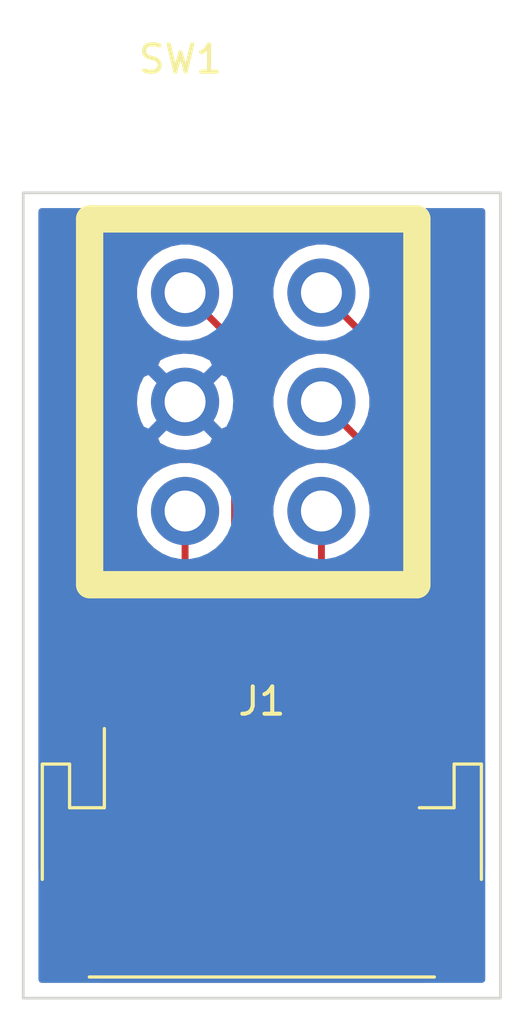
<source format=kicad_pcb>
(kicad_pcb (version 20171130) (host pcbnew "(5.1.6-0-10_14)")

  (general
    (thickness 1.6)
    (drawings 4)
    (tracks 20)
    (zones 0)
    (modules 2)
    (nets 7)
  )

  (page A4)
  (layers
    (0 F.Cu signal)
    (31 B.Cu signal)
    (32 B.Adhes user)
    (33 F.Adhes user)
    (34 B.Paste user)
    (35 F.Paste user)
    (36 B.SilkS user)
    (37 F.SilkS user)
    (38 B.Mask user)
    (39 F.Mask user)
    (40 Dwgs.User user)
    (41 Cmts.User user)
    (42 Eco1.User user)
    (43 Eco2.User user)
    (44 Edge.Cuts user)
    (45 Margin user)
    (46 B.CrtYd user)
    (47 F.CrtYd user)
    (48 B.Fab user)
    (49 F.Fab user)
  )

  (setup
    (last_trace_width 0.25)
    (user_trace_width 0.254)
    (trace_clearance 0.2)
    (zone_clearance 0.508)
    (zone_45_only no)
    (trace_min 0.2)
    (via_size 0.8)
    (via_drill 0.4)
    (via_min_size 0.4)
    (via_min_drill 0.3)
    (uvia_size 0.3)
    (uvia_drill 0.1)
    (uvias_allowed no)
    (uvia_min_size 0.2)
    (uvia_min_drill 0.1)
    (edge_width 0.05)
    (segment_width 0.2)
    (pcb_text_width 0.3)
    (pcb_text_size 1.5 1.5)
    (mod_edge_width 0.12)
    (mod_text_size 1 1)
    (mod_text_width 0.15)
    (pad_size 1.5 3.4)
    (pad_drill 0)
    (pad_to_mask_clearance 0.05)
    (aux_axis_origin 0 0)
    (visible_elements FFFFFF7F)
    (pcbplotparams
      (layerselection 0x010fc_ffffffff)
      (usegerberextensions false)
      (usegerberattributes true)
      (usegerberadvancedattributes true)
      (creategerberjobfile true)
      (excludeedgelayer true)
      (linewidth 0.100000)
      (plotframeref false)
      (viasonmask false)
      (mode 1)
      (useauxorigin false)
      (hpglpennumber 1)
      (hpglpenspeed 20)
      (hpglpendiameter 15.000000)
      (psnegative false)
      (psa4output false)
      (plotreference true)
      (plotvalue true)
      (plotinvisibletext false)
      (padsonsilk false)
      (subtractmaskfromsilk false)
      (outputformat 1)
      (mirror false)
      (drillshape 0)
      (scaleselection 1)
      (outputdirectory "outputs/gerbers/"))
  )

  (net 0 "")
  (net 1 "Net-(J1-Pad1)")
  (net 2 "Net-(J1-Pad3)")
  (net 3 "Net-(J1-Pad4)")
  (net 4 "Net-(J1-Pad5)")
  (net 5 "Net-(J1-Pad6)")
  (net 6 GND)

  (net_class Default "This is the default net class."
    (clearance 0.2)
    (trace_width 0.25)
    (via_dia 0.8)
    (via_drill 0.4)
    (uvia_dia 0.3)
    (uvia_drill 0.1)
    (add_net GND)
    (add_net "Net-(J1-Pad1)")
    (add_net "Net-(J1-Pad3)")
    (add_net "Net-(J1-Pad4)")
    (add_net "Net-(J1-Pad5)")
    (add_net "Net-(J1-Pad6)")
  )

  (module rt_mechanical:DPDT (layer F.Cu) (tedit 5EFFB188) (tstamp 5F0E974E)
    (at 154.435 57.655)
    (path /5F0E91BA)
    (fp_text reference SW1 (at -2.66954 -12.55014) (layer F.SilkS)
      (effects (font (size 1 1) (thickness 0.15)))
    )
    (fp_text value SW_Push_DPDT (at -2.8829 -13.87094) (layer F.Fab)
      (effects (font (size 1 1) (thickness 0.15)))
    )
    (fp_line (start -6.5 7.25) (end -6.5 -7.25) (layer F.CrtYd) (width 0.12))
    (fp_line (start 6.5 7.25) (end -6.5 7.25) (layer F.CrtYd) (width 0.12))
    (fp_line (start 6.5 -7.25) (end 6.5 7.25) (layer F.CrtYd) (width 0.12))
    (fp_line (start -6.5 -7.25) (end 6.5 -7.25) (layer F.CrtYd) (width 0.12))
    (fp_line (start -6 6.7) (end -6 -6.7) (layer F.SilkS) (width 1))
    (fp_line (start 6 6.7) (end -6 6.7) (layer F.SilkS) (width 1))
    (fp_line (start 6 -6.7) (end 6 6.7) (layer F.SilkS) (width 1))
    (fp_line (start -6 -6.7) (end 6 -6.7) (layer F.SilkS) (width 1))
    (pad 6 thru_hole circle (at 2.5 -4) (size 2.5 2.5) (drill 1.5) (layers *.Cu *.Mask)
      (net 5 "Net-(J1-Pad6)"))
    (pad 5 thru_hole circle (at 2.5 0) (size 2.5 2.5) (drill 1.5) (layers *.Cu *.Mask)
      (net 4 "Net-(J1-Pad5)"))
    (pad 4 thru_hole circle (at 2.5 4) (size 2.5 2.5) (drill 1.5) (layers *.Cu *.Mask)
      (net 3 "Net-(J1-Pad4)"))
    (pad 3 thru_hole circle (at -2.5 -4) (size 2.5 2.5) (drill 1.5) (layers *.Cu *.Mask)
      (net 2 "Net-(J1-Pad3)"))
    (pad 2 thru_hole circle (at -2.5 0) (size 2.5 2.5) (drill 1.5) (layers *.Cu *.Mask)
      (net 6 GND))
    (pad 1 thru_hole circle (at -2.5 4) (size 2.5 2.5) (drill 1.5) (layers *.Cu *.Mask)
      (net 1 "Net-(J1-Pad1)"))
  )

  (module Connectors_JST:JST_PH_S6B-PH-SM4-TB_06x2.00mm_Angled (layer F.Cu) (tedit 5F0E94A8) (tstamp 5F0E973C)
    (at 154.75 74.25)
    (descr "JST PH series connector, S6B-PH-SM4-TB, side entry type, surface mount, Datasheet: http://www.jst-mfg.com/product/pdf/eng/ePH.pdf")
    (tags "connector jst ph")
    (path /5F0EABF2)
    (attr smd)
    (fp_text reference J1 (at 0 -5.625) (layer F.SilkS)
      (effects (font (size 1 1) (thickness 0.15)))
    )
    (fp_text value Conn_01x06_MountingPin (at 0 5.375) (layer F.Fab)
      (effects (font (size 1 1) (thickness 0.15)))
    )
    (fp_line (start -7.15 -1.625) (end -7.15 -3.225) (layer F.Fab) (width 0.1))
    (fp_line (start -7.15 -3.225) (end -7.95 -3.225) (layer F.Fab) (width 0.1))
    (fp_line (start -7.95 -3.225) (end -7.95 4.375) (layer F.Fab) (width 0.1))
    (fp_line (start -7.95 4.375) (end 7.95 4.375) (layer F.Fab) (width 0.1))
    (fp_line (start 7.95 4.375) (end 7.95 -3.225) (layer F.Fab) (width 0.1))
    (fp_line (start 7.95 -3.225) (end 7.15 -3.225) (layer F.Fab) (width 0.1))
    (fp_line (start 7.15 -3.225) (end 7.15 -1.625) (layer F.Fab) (width 0.1))
    (fp_line (start 7.15 -1.625) (end -7.15 -1.625) (layer F.Fab) (width 0.1))
    (fp_line (start -5.775 -1.725) (end -7.05 -1.725) (layer F.SilkS) (width 0.12))
    (fp_line (start -7.05 -1.725) (end -7.05 -3.325) (layer F.SilkS) (width 0.12))
    (fp_line (start -7.05 -3.325) (end -8.05 -3.325) (layer F.SilkS) (width 0.12))
    (fp_line (start -8.05 -3.325) (end -8.05 0.9) (layer F.SilkS) (width 0.12))
    (fp_line (start 8.05 0.9) (end 8.05 -3.325) (layer F.SilkS) (width 0.12))
    (fp_line (start 8.05 -3.325) (end 7.05 -3.325) (layer F.SilkS) (width 0.12))
    (fp_line (start 7.05 -3.325) (end 7.05 -1.725) (layer F.SilkS) (width 0.12))
    (fp_line (start 7.05 -1.725) (end 5.775 -1.725) (layer F.SilkS) (width 0.12))
    (fp_line (start -6.325 4.475) (end 6.325 4.475) (layer F.SilkS) (width 0.12))
    (fp_line (start -5.775 -1.725) (end -5.775 -4.625) (layer F.SilkS) (width 0.12))
    (fp_line (start -6 -1.625) (end -5 -0.625) (layer F.Fab) (width 0.1))
    (fp_line (start -5 -0.625) (end -4 -1.625) (layer F.Fab) (width 0.1))
    (fp_line (start -8.6 -5.13) (end -8.6 5.07) (layer F.CrtYd) (width 0.05))
    (fp_line (start -8.6 5.07) (end 8.6 5.07) (layer F.CrtYd) (width 0.05))
    (fp_line (start 8.6 5.07) (end 8.6 -5.13) (layer F.CrtYd) (width 0.05))
    (fp_line (start 8.6 -5.13) (end -8.6 -5.13) (layer F.CrtYd) (width 0.05))
    (fp_text user %R (at 0 1.5) (layer F.Fab)
      (effects (font (size 1 1) (thickness 0.15)))
    )
    (pad 1 smd rect (at -5 -2.875) (size 1 3.5) (layers F.Cu F.Paste F.Mask)
      (net 1 "Net-(J1-Pad1)"))
    (pad 2 smd rect (at -3 -2.875) (size 1 3.5) (layers F.Cu F.Paste F.Mask)
      (net 6 GND))
    (pad 3 smd rect (at -1 -2.875) (size 1 3.5) (layers F.Cu F.Paste F.Mask)
      (net 2 "Net-(J1-Pad3)"))
    (pad 4 smd rect (at 1 -2.875) (size 1 3.5) (layers F.Cu F.Paste F.Mask)
      (net 3 "Net-(J1-Pad4)"))
    (pad 5 smd rect (at 3 -2.875) (size 1 3.5) (layers F.Cu F.Paste F.Mask)
      (net 4 "Net-(J1-Pad5)"))
    (pad 6 smd rect (at 5 -2.875) (size 1 3.5) (layers F.Cu F.Paste F.Mask)
      (net 5 "Net-(J1-Pad6)"))
    (pad "" smd rect (at -7.35 2.875) (size 1.5 3.4) (layers F.Cu F.Paste F.Mask)
      (net 6 GND))
    (pad "" smd rect (at 7.35 2.875) (size 1.5 3.4) (layers F.Cu F.Paste F.Mask)
      (net 6 GND))
    (model ${KISYS3DMOD}/Connectors_JST.3dshapes/JST_PH_S6B-PH-SM4-TB_06x2.00mm_Angled.wrl
      (at (xyz 0 0 0))
      (scale (xyz 1 1 1))
      (rotate (xyz 0 0 0))
    )
  )

  (gr_line (start 163.5 50) (end 163.5 79.5) (layer Edge.Cuts) (width 0.1))
  (gr_line (start 146 50) (end 163.5 50) (layer Edge.Cuts) (width 0.1))
  (gr_line (start 146 79.5) (end 146 50) (layer Edge.Cuts) (width 0.1))
  (gr_line (start 163.5 79.5) (end 146 79.5) (layer Edge.Cuts) (width 0.1))

  (segment (start 151.935 61.655) (end 151.935 64.815) (width 0.254) (layer F.Cu) (net 1))
  (segment (start 151.935 64.815) (end 149.75 67) (width 0.254) (layer F.Cu) (net 1))
  (segment (start 149.75 67) (end 149.75 70.25) (width 0.254) (layer F.Cu) (net 1))
  (segment (start 151.935 57.655) (end 153.75 59.47) (width 0.254) (layer F.Cu) (net 6))
  (segment (start 153.75 59.47) (end 153.75 65.75) (width 0.254) (layer F.Cu) (net 6))
  (segment (start 153.75 65.75) (end 151.75 67.75) (width 0.254) (layer F.Cu) (net 6))
  (segment (start 151.75 67.75) (end 151.75 71) (width 0.254) (layer F.Cu) (net 6))
  (segment (start 151.935 53.655) (end 154.25 55.97) (width 0.254) (layer F.Cu) (net 2))
  (segment (start 154.25 55.97) (end 154.25 67.5) (width 0.254) (layer F.Cu) (net 2))
  (segment (start 154.25 67.5) (end 153.75 68) (width 0.254) (layer F.Cu) (net 2))
  (segment (start 153.75 68) (end 153.75 71.75) (width 0.254) (layer F.Cu) (net 2))
  (segment (start 156.935 61.655) (end 156.935 65.815) (width 0.254) (layer F.Cu) (net 3))
  (segment (start 156.935 65.815) (end 155.75 67) (width 0.254) (layer F.Cu) (net 3))
  (segment (start 155.75 67) (end 155.75 71.25) (width 0.254) (layer F.Cu) (net 3))
  (segment (start 156.935 57.655) (end 159 59.72) (width 0.254) (layer F.Cu) (net 4))
  (segment (start 159 59.72) (end 159 66.5) (width 0.254) (layer F.Cu) (net 4))
  (segment (start 159 66.5) (end 157.75 67.75) (width 0.254) (layer F.Cu) (net 4))
  (segment (start 157.75 67.75) (end 157.75 71.5) (width 0.254) (layer F.Cu) (net 4))
  (segment (start 156.935 53.655) (end 159.75 56.47) (width 0.254) (layer F.Cu) (net 5))
  (segment (start 159.75 56.47) (end 159.75 71) (width 0.254) (layer F.Cu) (net 5))

  (zone (net 6) (net_name GND) (layer B.Cu) (tstamp 5F0E9EE9) (hatch edge 0.508)
    (connect_pads (clearance 0.508))
    (min_thickness 0.254)
    (fill yes (arc_segments 32) (thermal_gap 0.508) (thermal_bridge_width 0.508))
    (polygon
      (pts
        (xy 163.5 79.5) (xy 146 79.5) (xy 146 50) (xy 163.5 50)
      )
    )
    (filled_polygon
      (pts
        (xy 162.815001 78.815) (xy 146.685 78.815) (xy 146.685 61.469344) (xy 150.05 61.469344) (xy 150.05 61.840656)
        (xy 150.122439 62.204834) (xy 150.264534 62.547882) (xy 150.470825 62.856618) (xy 150.733382 63.119175) (xy 151.042118 63.325466)
        (xy 151.385166 63.467561) (xy 151.749344 63.54) (xy 152.120656 63.54) (xy 152.484834 63.467561) (xy 152.827882 63.325466)
        (xy 153.136618 63.119175) (xy 153.399175 62.856618) (xy 153.605466 62.547882) (xy 153.747561 62.204834) (xy 153.82 61.840656)
        (xy 153.82 61.469344) (xy 155.05 61.469344) (xy 155.05 61.840656) (xy 155.122439 62.204834) (xy 155.264534 62.547882)
        (xy 155.470825 62.856618) (xy 155.733382 63.119175) (xy 156.042118 63.325466) (xy 156.385166 63.467561) (xy 156.749344 63.54)
        (xy 157.120656 63.54) (xy 157.484834 63.467561) (xy 157.827882 63.325466) (xy 158.136618 63.119175) (xy 158.399175 62.856618)
        (xy 158.605466 62.547882) (xy 158.747561 62.204834) (xy 158.82 61.840656) (xy 158.82 61.469344) (xy 158.747561 61.105166)
        (xy 158.605466 60.762118) (xy 158.399175 60.453382) (xy 158.136618 60.190825) (xy 157.827882 59.984534) (xy 157.484834 59.842439)
        (xy 157.120656 59.77) (xy 156.749344 59.77) (xy 156.385166 59.842439) (xy 156.042118 59.984534) (xy 155.733382 60.190825)
        (xy 155.470825 60.453382) (xy 155.264534 60.762118) (xy 155.122439 61.105166) (xy 155.05 61.469344) (xy 153.82 61.469344)
        (xy 153.747561 61.105166) (xy 153.605466 60.762118) (xy 153.399175 60.453382) (xy 153.136618 60.190825) (xy 152.827882 59.984534)
        (xy 152.484834 59.842439) (xy 152.120656 59.77) (xy 151.749344 59.77) (xy 151.385166 59.842439) (xy 151.042118 59.984534)
        (xy 150.733382 60.190825) (xy 150.470825 60.453382) (xy 150.264534 60.762118) (xy 150.122439 61.105166) (xy 150.05 61.469344)
        (xy 146.685 61.469344) (xy 146.685 58.968605) (xy 150.801 58.968605) (xy 150.926914 59.258577) (xy 151.259126 59.424433)
        (xy 151.617312 59.52229) (xy 151.987706 59.548389) (xy 152.356075 59.501725) (xy 152.708262 59.384094) (xy 152.943086 59.258577)
        (xy 153.069 58.968605) (xy 151.935 57.834605) (xy 150.801 58.968605) (xy 146.685 58.968605) (xy 146.685 57.707706)
        (xy 150.041611 57.707706) (xy 150.088275 58.076075) (xy 150.205906 58.428262) (xy 150.331423 58.663086) (xy 150.621395 58.789)
        (xy 151.755395 57.655) (xy 152.114605 57.655) (xy 153.248605 58.789) (xy 153.538577 58.663086) (xy 153.704433 58.330874)
        (xy 153.80229 57.972688) (xy 153.828389 57.602294) (xy 153.811548 57.469344) (xy 155.05 57.469344) (xy 155.05 57.840656)
        (xy 155.122439 58.204834) (xy 155.264534 58.547882) (xy 155.470825 58.856618) (xy 155.733382 59.119175) (xy 156.042118 59.325466)
        (xy 156.385166 59.467561) (xy 156.749344 59.54) (xy 157.120656 59.54) (xy 157.484834 59.467561) (xy 157.827882 59.325466)
        (xy 158.136618 59.119175) (xy 158.399175 58.856618) (xy 158.605466 58.547882) (xy 158.747561 58.204834) (xy 158.82 57.840656)
        (xy 158.82 57.469344) (xy 158.747561 57.105166) (xy 158.605466 56.762118) (xy 158.399175 56.453382) (xy 158.136618 56.190825)
        (xy 157.827882 55.984534) (xy 157.484834 55.842439) (xy 157.120656 55.77) (xy 156.749344 55.77) (xy 156.385166 55.842439)
        (xy 156.042118 55.984534) (xy 155.733382 56.190825) (xy 155.470825 56.453382) (xy 155.264534 56.762118) (xy 155.122439 57.105166)
        (xy 155.05 57.469344) (xy 153.811548 57.469344) (xy 153.781725 57.233925) (xy 153.664094 56.881738) (xy 153.538577 56.646914)
        (xy 153.248605 56.521) (xy 152.114605 57.655) (xy 151.755395 57.655) (xy 150.621395 56.521) (xy 150.331423 56.646914)
        (xy 150.165567 56.979126) (xy 150.06771 57.337312) (xy 150.041611 57.707706) (xy 146.685 57.707706) (xy 146.685 56.341395)
        (xy 150.801 56.341395) (xy 151.935 57.475395) (xy 153.069 56.341395) (xy 152.943086 56.051423) (xy 152.610874 55.885567)
        (xy 152.252688 55.78771) (xy 151.882294 55.761611) (xy 151.513925 55.808275) (xy 151.161738 55.925906) (xy 150.926914 56.051423)
        (xy 150.801 56.341395) (xy 146.685 56.341395) (xy 146.685 53.469344) (xy 150.05 53.469344) (xy 150.05 53.840656)
        (xy 150.122439 54.204834) (xy 150.264534 54.547882) (xy 150.470825 54.856618) (xy 150.733382 55.119175) (xy 151.042118 55.325466)
        (xy 151.385166 55.467561) (xy 151.749344 55.54) (xy 152.120656 55.54) (xy 152.484834 55.467561) (xy 152.827882 55.325466)
        (xy 153.136618 55.119175) (xy 153.399175 54.856618) (xy 153.605466 54.547882) (xy 153.747561 54.204834) (xy 153.82 53.840656)
        (xy 153.82 53.469344) (xy 155.05 53.469344) (xy 155.05 53.840656) (xy 155.122439 54.204834) (xy 155.264534 54.547882)
        (xy 155.470825 54.856618) (xy 155.733382 55.119175) (xy 156.042118 55.325466) (xy 156.385166 55.467561) (xy 156.749344 55.54)
        (xy 157.120656 55.54) (xy 157.484834 55.467561) (xy 157.827882 55.325466) (xy 158.136618 55.119175) (xy 158.399175 54.856618)
        (xy 158.605466 54.547882) (xy 158.747561 54.204834) (xy 158.82 53.840656) (xy 158.82 53.469344) (xy 158.747561 53.105166)
        (xy 158.605466 52.762118) (xy 158.399175 52.453382) (xy 158.136618 52.190825) (xy 157.827882 51.984534) (xy 157.484834 51.842439)
        (xy 157.120656 51.77) (xy 156.749344 51.77) (xy 156.385166 51.842439) (xy 156.042118 51.984534) (xy 155.733382 52.190825)
        (xy 155.470825 52.453382) (xy 155.264534 52.762118) (xy 155.122439 53.105166) (xy 155.05 53.469344) (xy 153.82 53.469344)
        (xy 153.747561 53.105166) (xy 153.605466 52.762118) (xy 153.399175 52.453382) (xy 153.136618 52.190825) (xy 152.827882 51.984534)
        (xy 152.484834 51.842439) (xy 152.120656 51.77) (xy 151.749344 51.77) (xy 151.385166 51.842439) (xy 151.042118 51.984534)
        (xy 150.733382 52.190825) (xy 150.470825 52.453382) (xy 150.264534 52.762118) (xy 150.122439 53.105166) (xy 150.05 53.469344)
        (xy 146.685 53.469344) (xy 146.685 50.685) (xy 162.815 50.685)
      )
    )
  )
  (zone (net 6) (net_name GND) (layer F.Cu) (tstamp 5F0E9EE6) (hatch edge 0.508)
    (connect_pads (clearance 0.508))
    (min_thickness 0.254)
    (fill yes (arc_segments 32) (thermal_gap 0.508) (thermal_bridge_width 0.508))
    (polygon
      (pts
        (xy 163.5 79.5) (xy 146 79.5) (xy 146 50) (xy 163.5 50)
      )
    )
    (filled_polygon
      (pts
        (xy 162.815001 74.78716) (xy 162.38575 74.79) (xy 162.227 74.94875) (xy 162.227 76.998) (xy 162.247 76.998)
        (xy 162.247 77.252) (xy 162.227 77.252) (xy 162.227 77.272) (xy 161.973 77.272) (xy 161.973 77.252)
        (xy 160.87375 77.252) (xy 160.715 77.41075) (xy 160.71195 78.815) (xy 148.78805 78.815) (xy 148.785 77.41075)
        (xy 148.62625 77.252) (xy 147.527 77.252) (xy 147.527 77.272) (xy 147.273 77.272) (xy 147.273 77.252)
        (xy 147.253 77.252) (xy 147.253 76.998) (xy 147.273 76.998) (xy 147.273 74.94875) (xy 147.527 74.94875)
        (xy 147.527 76.998) (xy 148.62625 76.998) (xy 148.785 76.83925) (xy 148.788072 75.425) (xy 160.711928 75.425)
        (xy 160.715 76.83925) (xy 160.87375 76.998) (xy 161.973 76.998) (xy 161.973 74.94875) (xy 161.81425 74.79)
        (xy 161.35 74.786928) (xy 161.225518 74.799188) (xy 161.10582 74.835498) (xy 160.995506 74.894463) (xy 160.898815 74.973815)
        (xy 160.819463 75.070506) (xy 160.760498 75.18082) (xy 160.724188 75.300518) (xy 160.711928 75.425) (xy 148.788072 75.425)
        (xy 148.775812 75.300518) (xy 148.739502 75.18082) (xy 148.680537 75.070506) (xy 148.601185 74.973815) (xy 148.504494 74.894463)
        (xy 148.39418 74.835498) (xy 148.274482 74.799188) (xy 148.15 74.786928) (xy 147.68575 74.79) (xy 147.527 74.94875)
        (xy 147.273 74.94875) (xy 147.11425 74.79) (xy 146.685 74.78716) (xy 146.685 69.625) (xy 148.611928 69.625)
        (xy 148.611928 73.125) (xy 148.624188 73.249482) (xy 148.660498 73.36918) (xy 148.719463 73.479494) (xy 148.798815 73.576185)
        (xy 148.895506 73.655537) (xy 149.00582 73.714502) (xy 149.125518 73.750812) (xy 149.25 73.763072) (xy 150.25 73.763072)
        (xy 150.374482 73.750812) (xy 150.49418 73.714502) (xy 150.604494 73.655537) (xy 150.701185 73.576185) (xy 150.75 73.516704)
        (xy 150.798815 73.576185) (xy 150.895506 73.655537) (xy 151.00582 73.714502) (xy 151.125518 73.750812) (xy 151.25 73.763072)
        (xy 151.46425 73.76) (xy 151.623 73.60125) (xy 151.623 71.502) (xy 151.603 71.502) (xy 151.603 71.248)
        (xy 151.623 71.248) (xy 151.623 69.14875) (xy 151.46425 68.99) (xy 151.25 68.986928) (xy 151.125518 68.999188)
        (xy 151.00582 69.035498) (xy 150.895506 69.094463) (xy 150.798815 69.173815) (xy 150.75 69.233296) (xy 150.701185 69.173815)
        (xy 150.604494 69.094463) (xy 150.512 69.045023) (xy 150.512 67.31563) (xy 152.447346 65.380284) (xy 152.476422 65.356422)
        (xy 152.544409 65.273579) (xy 152.571645 65.240393) (xy 152.642401 65.108016) (xy 152.642402 65.108015) (xy 152.685974 64.964378)
        (xy 152.697 64.852426) (xy 152.697 64.852423) (xy 152.700686 64.815) (xy 152.697 64.777577) (xy 152.697 63.379679)
        (xy 152.827882 63.325466) (xy 153.136618 63.119175) (xy 153.399175 62.856618) (xy 153.488001 62.723681) (xy 153.488001 67.184369)
        (xy 153.237654 67.434716) (xy 153.208578 67.458578) (xy 153.152983 67.526322) (xy 153.113355 67.574608) (xy 153.09945 67.600623)
        (xy 153.042598 67.706986) (xy 152.999026 67.850623) (xy 152.991662 67.925393) (xy 152.984314 68) (xy 152.988 68.037423)
        (xy 152.988 69.045023) (xy 152.895506 69.094463) (xy 152.798815 69.173815) (xy 152.75 69.233296) (xy 152.701185 69.173815)
        (xy 152.604494 69.094463) (xy 152.49418 69.035498) (xy 152.374482 68.999188) (xy 152.25 68.986928) (xy 152.03575 68.99)
        (xy 151.877 69.14875) (xy 151.877 71.248) (xy 151.897 71.248) (xy 151.897 71.502) (xy 151.877 71.502)
        (xy 151.877 73.60125) (xy 152.03575 73.76) (xy 152.25 73.763072) (xy 152.374482 73.750812) (xy 152.49418 73.714502)
        (xy 152.604494 73.655537) (xy 152.701185 73.576185) (xy 152.75 73.516704) (xy 152.798815 73.576185) (xy 152.895506 73.655537)
        (xy 153.00582 73.714502) (xy 153.125518 73.750812) (xy 153.25 73.763072) (xy 154.25 73.763072) (xy 154.374482 73.750812)
        (xy 154.49418 73.714502) (xy 154.604494 73.655537) (xy 154.701185 73.576185) (xy 154.75 73.516704) (xy 154.798815 73.576185)
        (xy 154.895506 73.655537) (xy 155.00582 73.714502) (xy 155.125518 73.750812) (xy 155.25 73.763072) (xy 156.25 73.763072)
        (xy 156.374482 73.750812) (xy 156.49418 73.714502) (xy 156.604494 73.655537) (xy 156.701185 73.576185) (xy 156.75 73.516704)
        (xy 156.798815 73.576185) (xy 156.895506 73.655537) (xy 157.00582 73.714502) (xy 157.125518 73.750812) (xy 157.25 73.763072)
        (xy 158.25 73.763072) (xy 158.374482 73.750812) (xy 158.49418 73.714502) (xy 158.604494 73.655537) (xy 158.701185 73.576185)
        (xy 158.75 73.516704) (xy 158.798815 73.576185) (xy 158.895506 73.655537) (xy 159.00582 73.714502) (xy 159.125518 73.750812)
        (xy 159.25 73.763072) (xy 160.25 73.763072) (xy 160.374482 73.750812) (xy 160.49418 73.714502) (xy 160.604494 73.655537)
        (xy 160.701185 73.576185) (xy 160.780537 73.479494) (xy 160.839502 73.36918) (xy 160.875812 73.249482) (xy 160.888072 73.125)
        (xy 160.888072 69.625) (xy 160.875812 69.500518) (xy 160.839502 69.38082) (xy 160.780537 69.270506) (xy 160.701185 69.173815)
        (xy 160.604494 69.094463) (xy 160.512 69.045023) (xy 160.512 56.507422) (xy 160.515686 56.469999) (xy 160.508338 56.395392)
        (xy 160.500974 56.320622) (xy 160.457402 56.176985) (xy 160.386645 56.044608) (xy 160.291422 55.928578) (xy 160.262353 55.904722)
        (xy 158.693348 54.335717) (xy 158.747561 54.204834) (xy 158.82 53.840656) (xy 158.82 53.469344) (xy 158.747561 53.105166)
        (xy 158.605466 52.762118) (xy 158.399175 52.453382) (xy 158.136618 52.190825) (xy 157.827882 51.984534) (xy 157.484834 51.842439)
        (xy 157.120656 51.77) (xy 156.749344 51.77) (xy 156.385166 51.842439) (xy 156.042118 51.984534) (xy 155.733382 52.190825)
        (xy 155.470825 52.453382) (xy 155.264534 52.762118) (xy 155.122439 53.105166) (xy 155.05 53.469344) (xy 155.05 53.840656)
        (xy 155.122439 54.204834) (xy 155.264534 54.547882) (xy 155.470825 54.856618) (xy 155.733382 55.119175) (xy 156.042118 55.325466)
        (xy 156.385166 55.467561) (xy 156.749344 55.54) (xy 157.120656 55.54) (xy 157.484834 55.467561) (xy 157.615717 55.413348)
        (xy 158.988 56.785631) (xy 158.988 58.630369) (xy 158.693348 58.335717) (xy 158.747561 58.204834) (xy 158.82 57.840656)
        (xy 158.82 57.469344) (xy 158.747561 57.105166) (xy 158.605466 56.762118) (xy 158.399175 56.453382) (xy 158.136618 56.190825)
        (xy 157.827882 55.984534) (xy 157.484834 55.842439) (xy 157.120656 55.77) (xy 156.749344 55.77) (xy 156.385166 55.842439)
        (xy 156.042118 55.984534) (xy 155.733382 56.190825) (xy 155.470825 56.453382) (xy 155.264534 56.762118) (xy 155.122439 57.105166)
        (xy 155.05 57.469344) (xy 155.05 57.840656) (xy 155.122439 58.204834) (xy 155.264534 58.547882) (xy 155.470825 58.856618)
        (xy 155.733382 59.119175) (xy 156.042118 59.325466) (xy 156.385166 59.467561) (xy 156.749344 59.54) (xy 157.120656 59.54)
        (xy 157.484834 59.467561) (xy 157.615717 59.413348) (xy 158.238 60.035631) (xy 158.238 60.292207) (xy 158.136618 60.190825)
        (xy 157.827882 59.984534) (xy 157.484834 59.842439) (xy 157.120656 59.77) (xy 156.749344 59.77) (xy 156.385166 59.842439)
        (xy 156.042118 59.984534) (xy 155.733382 60.190825) (xy 155.470825 60.453382) (xy 155.264534 60.762118) (xy 155.122439 61.105166)
        (xy 155.05 61.469344) (xy 155.05 61.840656) (xy 155.122439 62.204834) (xy 155.264534 62.547882) (xy 155.470825 62.856618)
        (xy 155.733382 63.119175) (xy 156.042118 63.325466) (xy 156.173 63.379679) (xy 156.173001 65.499368) (xy 155.237654 66.434716)
        (xy 155.208578 66.458578) (xy 155.1562 66.522402) (xy 155.113355 66.574608) (xy 155.075535 66.645365) (xy 155.042598 66.706986)
        (xy 155.012 66.807854) (xy 155.012 56.007422) (xy 155.015686 55.969999) (xy 155.00737 55.885567) (xy 155.000974 55.820622)
        (xy 154.957402 55.676985) (xy 154.886645 55.544608) (xy 154.791422 55.428578) (xy 154.762353 55.404722) (xy 153.693348 54.335717)
        (xy 153.747561 54.204834) (xy 153.82 53.840656) (xy 153.82 53.469344) (xy 153.747561 53.105166) (xy 153.605466 52.762118)
        (xy 153.399175 52.453382) (xy 153.136618 52.190825) (xy 152.827882 51.984534) (xy 152.484834 51.842439) (xy 152.120656 51.77)
        (xy 151.749344 51.77) (xy 151.385166 51.842439) (xy 151.042118 51.984534) (xy 150.733382 52.190825) (xy 150.470825 52.453382)
        (xy 150.264534 52.762118) (xy 150.122439 53.105166) (xy 150.05 53.469344) (xy 150.05 53.840656) (xy 150.122439 54.204834)
        (xy 150.264534 54.547882) (xy 150.470825 54.856618) (xy 150.733382 55.119175) (xy 151.042118 55.325466) (xy 151.385166 55.467561)
        (xy 151.749344 55.54) (xy 152.120656 55.54) (xy 152.484834 55.467561) (xy 152.615717 55.413348) (xy 153.488 56.285631)
        (xy 153.488 56.624952) (xy 153.248605 56.521) (xy 152.114605 57.655) (xy 153.248605 58.789) (xy 153.488 58.685048)
        (xy 153.488 60.586318) (xy 153.399175 60.453382) (xy 153.136618 60.190825) (xy 152.827882 59.984534) (xy 152.484834 59.842439)
        (xy 152.120656 59.77) (xy 151.749344 59.77) (xy 151.385166 59.842439) (xy 151.042118 59.984534) (xy 150.733382 60.190825)
        (xy 150.470825 60.453382) (xy 150.264534 60.762118) (xy 150.122439 61.105166) (xy 150.05 61.469344) (xy 150.05 61.840656)
        (xy 150.122439 62.204834) (xy 150.264534 62.547882) (xy 150.470825 62.856618) (xy 150.733382 63.119175) (xy 151.042118 63.325466)
        (xy 151.173001 63.379679) (xy 151.173001 64.499369) (xy 149.237654 66.434716) (xy 149.208578 66.458578) (xy 149.1562 66.522402)
        (xy 149.113355 66.574608) (xy 149.075535 66.645365) (xy 149.042598 66.706986) (xy 148.999026 66.850623) (xy 148.988394 66.958579)
        (xy 148.984314 67) (xy 148.988 67.037423) (xy 148.988001 69.045023) (xy 148.895506 69.094463) (xy 148.798815 69.173815)
        (xy 148.719463 69.270506) (xy 148.660498 69.38082) (xy 148.624188 69.500518) (xy 148.611928 69.625) (xy 146.685 69.625)
        (xy 146.685 58.968605) (xy 150.801 58.968605) (xy 150.926914 59.258577) (xy 151.259126 59.424433) (xy 151.617312 59.52229)
        (xy 151.987706 59.548389) (xy 152.356075 59.501725) (xy 152.708262 59.384094) (xy 152.943086 59.258577) (xy 153.069 58.968605)
        (xy 151.935 57.834605) (xy 150.801 58.968605) (xy 146.685 58.968605) (xy 146.685 57.707706) (xy 150.041611 57.707706)
        (xy 150.088275 58.076075) (xy 150.205906 58.428262) (xy 150.331423 58.663086) (xy 150.621395 58.789) (xy 151.755395 57.655)
        (xy 150.621395 56.521) (xy 150.331423 56.646914) (xy 150.165567 56.979126) (xy 150.06771 57.337312) (xy 150.041611 57.707706)
        (xy 146.685 57.707706) (xy 146.685 56.341395) (xy 150.801 56.341395) (xy 151.935 57.475395) (xy 153.069 56.341395)
        (xy 152.943086 56.051423) (xy 152.610874 55.885567) (xy 152.252688 55.78771) (xy 151.882294 55.761611) (xy 151.513925 55.808275)
        (xy 151.161738 55.925906) (xy 150.926914 56.051423) (xy 150.801 56.341395) (xy 146.685 56.341395) (xy 146.685 50.685)
        (xy 162.815 50.685)
      )
    )
  )
)

</source>
